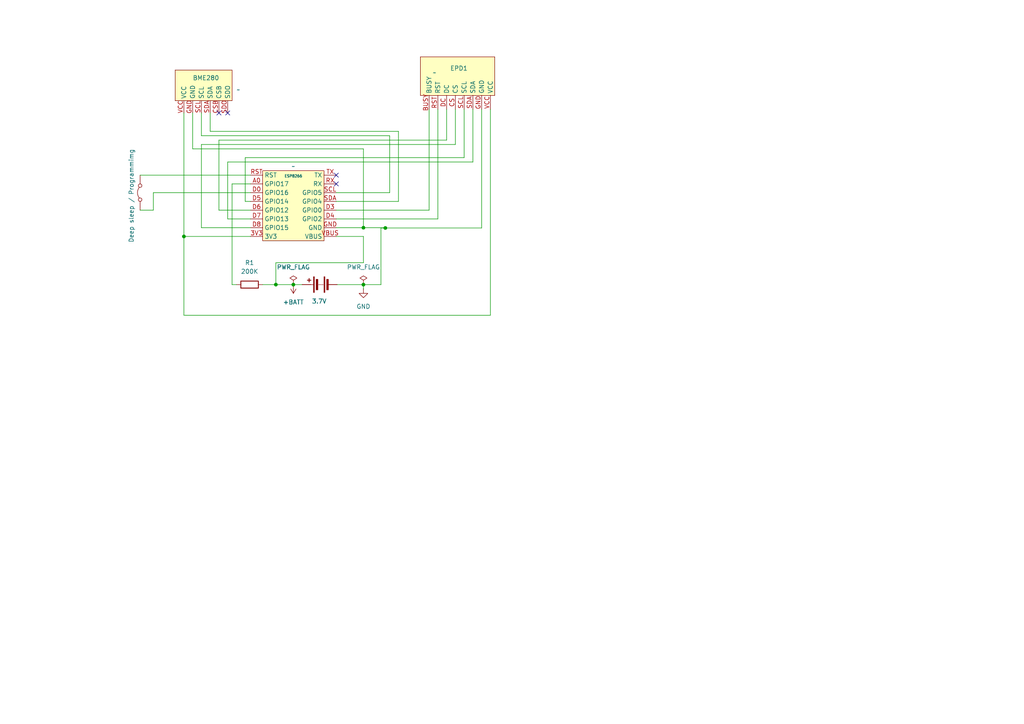
<source format=kicad_sch>
(kicad_sch (version 20231120) (generator "eeschema") (generator_version "8.0")
  (paper "A4")
  (title_block (title "ESP8266 Weather Sensor") (rev "1.0") (company "Mirko Sertic"))
  (lib_symbols
    (symbol "Device:Battery" (pin_numbers hide) (pin_names (offset 0) hide)
      (property "Reference" "BT" (at 2.54 2.54 0))
      (property "Value" "Battery" (at 2.54 0 0))
      (symbol "Battery_0_1"
        (rectangle (start -2.286 -1.27) (end 2.286 -1.524) (fill (type outline)))
        (rectangle (start -2.286 1.778) (end 2.286 1.524) (fill (type outline)))
        (rectangle (start -1.524 -2.032) (end 1.524 -2.54) (fill (type outline)))
        (rectangle (start -1.524 1.016) (end 1.524 0.508) (fill (type outline)))
        (polyline (pts (xy 0 -1.016) (xy 0 -0.762)))
        (polyline (pts (xy 0 -0.508) (xy 0 -0.254)))
        (polyline (pts (xy 0 0) (xy 0 0.254)))
        (polyline (pts (xy 0 1.778) (xy 0 2.54)))
        (polyline (pts (xy 0.762 3.048) (xy 1.778 3.048)) (stroke (width 0.254)))
        (polyline (pts (xy 1.27 3.556) (xy 1.27 2.54)) (stroke (width 0.254)))
      )
      (symbol "Battery_1_1"
        (pin passive line (at 0 5.08 270) (length 2.54) (name "+") (number "1"))
        (pin passive line (at 0 -5.08 90) (length 2.54) (name "-") (number "2"))
      )
    )
    (symbol "Device:R" (pin_numbers hide) (pin_names (offset 0))
      (property "Reference" "R" (at 2.032 0 90))
      (property "Value" "R" (at 0 0 90))
      (symbol "R_0_1"
        (rectangle (start -1.016 -2.54) (end 1.016 2.54) (stroke (width 0.254)))
      )
      (symbol "R_1_1"
        (pin passive line (at 0 3.81 270) (length 1.27) (name "~") (number "1"))
        (pin passive line (at 0 -3.81 90) (length 1.27) (name "~") (number "2"))
      )
    )
    (symbol "Jumper:Jumper_2_Bridged" (pin_numbers hide) (pin_names (offset 0) hide) (exclude_from_sim yes)
      (property "Reference" "JP" (at 0 1.905 0))
      (property "Value" "Jumper_2_Bridged" (at 0 -2.54 0))
      (symbol "Jumper_2_Bridged_0_0"
        (circle (center -2.032 0) (radius 0.508))
        (circle (center 2.032 0) (radius 0.508))
      )
      (symbol "Jumper_2_Bridged_0_1"
        (arc (start 1.524 0.254) (mid 0 0.762) (end -1.524 0.254))
      )
      (symbol "Jumper_2_Bridged_1_1"
        (pin passive line (at -5.08 0 0) (length 2.54) (name "A") (number "1"))
        (pin passive line (at 5.08 0 180) (length 2.54) (name "B") (number "2"))
      )
    )
    (symbol "custom_parts:BME280"
      (property "Reference" "BME280" (at 0 4.318 0))
      (symbol "BME280_1_1"
        (rectangle (start -8.89 6.35) (end 7.62 -2.54) (fill (type background)))
        (pin free line (at 3.81 -6.096 90) (length 3.556) (name "CSB") (number "CSB"))
        (pin free line (at -3.81 -6.096 90) (length 3.556) (name "GND") (number "GND"))
        (pin free line (at -1.27 -6.096 90) (length 3.556) (name "SCL") (number "SCL"))
        (pin free line (at 1.27 -6.096 90) (length 3.556) (name "SDA") (number "SDA"))
        (pin free line (at 6.35 -6.096 90) (length 3.556) (name "SDO") (number "SDO"))
        (pin power_in line (at -6.35 -6.096 90) (length 3.556) (name "VCC") (number "VCC"))
      )
    )
    (symbol "custom_parts:ESP8266_MINI"
      (property "Reference" "ESP8266" (at -0.508 8.382 0))
      (symbol "ESP8266_MINI_1_1"
        (rectangle (start -8.89 10.16) (end 8.89 -10.16) (fill (type background)))
        (pin power_out line (at -12.446 -8.89 0) (length 3.556) (name "3V3") (number "3V3"))
        (pin input line (at -12.446 6.35 0) (length 3.556) (name "GPIO17") (number "A0"))
        (pin bidirectional line (at -12.446 3.81 0) (length 3.556) (name "GPIO16") (number "D0"))
        (pin free line (at 12.446 -1.27 180) (length 3.556) (name "GPIO0") (number "D3"))
        (pin free line (at 12.446 -3.81 180) (length 3.556) (name "GPIO2") (number "D4"))
        (pin bidirectional line (at -12.446 1.27 0) (length 3.556) (name "GPIO14") (number "D5"))
        (pin bidirectional line (at -12.446 -1.27 0) (length 3.556) (name "GPIO12") (number "D6"))
        (pin bidirectional line (at -12.446 -3.81 0) (length 3.556) (name "GPIO13") (number "D7"))
        (pin bidirectional line (at -12.446 -6.35 0) (length 3.556) (name "GPIO15") (number "D8"))
        (pin free line (at 12.446 -6.35 180) (length 3.556) (name "GND") (number "GND"))
        (pin input line (at -12.446 8.89 0) (length 3.556) (name "RST") (number "RST"))
        (pin input line (at 12.446 6.35 180) (length 3.556) (name "RX") (number "RX"))
        (pin free line (at 12.446 3.81 180) (length 3.556) (name "GPIO5") (number "SCL"))
        (pin free line (at 12.446 1.27 180) (length 3.556) (name "GPIO4") (number "SDA"))
        (pin output line (at 12.446 8.89 180) (length 3.556) (name "TX") (number "TX"))
        (pin power_in line (at 12.446 -8.89 180) (length 3.556) (name "VBUS") (number "VBUS"))
      )
    )
    (symbol "custom_parts:SPI_EPD"
      (property "Reference" "EPD" (at 0 3.556 0))
      (symbol "SPI_EPD_1_1"
        (rectangle (start -11.43 6.35) (end 10.16 -4.826) (fill (type background)))
        (pin free line (at -8.89 -8.89 90) (length 4.064) (name "BUSY") (number "BUSY"))
        (pin free line (at -1.27 -8.89 90) (length 4.064) (name "CS") (number "CS"))
        (pin free line (at -3.81 -8.89 90) (length 4.064) (name "DC") (number "DC"))
        (pin free line (at 6.35 -8.89 90) (length 4.064) (name "GND") (number "GND"))
        (pin free line (at -6.35 -8.89 90) (length 4.064) (name "RST") (number "RST"))
        (pin free line (at 1.27 -8.89 90) (length 4.064) (name "SCL") (number "SCL"))
        (pin free line (at 3.81 -8.89 90) (length 4.064) (name "SDA") (number "SDA"))
        (pin power_in line (at 8.89 -8.89 90) (length 4.064) (name "VCC") (number "VCC"))
      )
    )
    (symbol "power:+BATT" (power) (pin_numbers hide) (pin_names (offset 0) hide)
      (property "Value" "+BATT" (at 0 3.556 0))
      (symbol "+BATT_0_1"
        (polyline (pts (xy -0.762 1.27) (xy 0 2.54)))
        (polyline (pts (xy 0 0) (xy 0 2.54)))
        (polyline (pts (xy 0 2.54) (xy 0.762 1.27)))
      )
      (symbol "+BATT_1_1"
        (pin power_in line (at 0 0 90) (length 0) (name "~") (number "1"))
      )
    )
    (symbol "power:GND" (power) (pin_numbers hide) (pin_names (offset 0) hide)
      (property "Value" "GND" (at 0 -3.81 0))
      (symbol "GND_0_1"
        (polyline (pts (xy 0 0) (xy 0 -1.27) (xy 1.27 -1.27) (xy 0 -2.54) (xy -1.27 -1.27) (xy 0 -1.27)))
      )
      (symbol "GND_1_1"
        (pin power_in line (at 0 0 270) (length 0) (name "~") (number "1"))
      )
    )
    (symbol "power:PWR_FLAG" (power) (pin_numbers hide) (pin_names (offset 0) hide)
      (property "Value" "PWR_FLAG" (at 0 3.81 0))
      (symbol "PWR_FLAG_0_0"
        (pin power_out line (at 0 0 90) (length 0) (name "~") (number "1"))
      )
      (symbol "PWR_FLAG_0_1"
        (polyline (pts (xy 0 0) (xy 0 1.27) (xy -1.016 1.905) (xy 0 2.54) (xy 1.016 1.905) (xy 0 1.27)))
      )
    )
  )
  (junction (at 80.01 82.55))
  (junction (at 53.34 68.58))
  (junction (at 111.76 66.1251))
  (junction (at 85.09 82.55))
  (junction (at 105.41 82.55))
  (junction (at 105.41 66.04))
  (no_connect (at 66.04 32.766))
  (no_connect (at 97.536 50.8))
  (no_connect (at 63.5 32.766))
  (no_connect (at 97.536 53.34))
  (wire (pts (xy 71.12 45.72) (xy 71.12 58.42)))
  (wire (pts (xy 132.08 41.91) (xy 58.42 41.91)))
  (wire (pts (xy 53.34 68.58) (xy 72.644 68.58)))
  (wire (pts (xy 115.57 38.1) (xy 115.57 58.42)))
  (wire (pts (xy 67.31 82.55) (xy 68.58 82.55)))
  (wire (pts (xy 53.34 32.766) (xy 53.34 68.58)))
  (wire (pts (xy 80.01 82.55) (xy 85.09 82.55)))
  (wire (pts (xy 105.41 66.04) (xy 111.76 66.04)))
  (wire (pts (xy 40.64 60.96) (xy 44.4779 60.96)))
  (wire (pts (xy 97.536 66.04) (xy 105.41 66.04)))
  (wire (pts (xy 105.41 82.55) (xy 110.49 82.55)))
  (wire (pts (xy 55.88 43.18) (xy 55.88 32.766)))
  (wire (pts (xy 97.536 63.5) (xy 127 63.5)))
  (wire (pts (xy 53.34 68.58) (xy 53.34 91.44)))
  (wire (pts (xy 127 31.75) (xy 127 63.5)))
  (wire (pts (xy 44.4779 55.88) (xy 72.644 55.88)))
  (wire (pts (xy 137.16 46.99) (xy 66.04 46.99)))
  (wire (pts (xy 85.09 82.55) (xy 87.63 82.55)))
  (wire (pts (xy 105.41 66.04) (xy 105.41 43.18)))
  (wire (pts (xy 67.31 53.34) (xy 72.644 53.34)))
  (wire (pts (xy 44.4779 60.96) (xy 44.4779 55.88)))
  (wire (pts (xy 63.5 60.96) (xy 72.644 60.96)))
  (wire (pts (xy 110.49 82.55) (xy 110.49 66.1251)))
  (wire (pts (xy 60.96 38.1) (xy 115.57 38.1)))
  (wire (pts (xy 129.54 40.64) (xy 63.5 40.64)))
  (wire (pts (xy 66.04 46.99) (xy 66.04 63.5)))
  (wire (pts (xy 40.64 50.8) (xy 72.644 50.8)))
  (wire (pts (xy 58.42 41.91) (xy 58.42 66.04)))
  (wire (pts (xy 97.536 58.42) (xy 115.57 58.42)))
  (wire (pts (xy 105.41 76.2) (xy 105.41 68.58)))
  (wire (pts (xy 97.536 68.58) (xy 105.41 68.58)))
  (wire (pts (xy 105.41 43.18) (xy 55.88 43.18)))
  (wire (pts (xy 111.76 66.1251) (xy 111.76 66.04)))
  (wire (pts (xy 97.536 60.96) (xy 124.46 60.96)))
  (wire (pts (xy 58.42 66.04) (xy 72.644 66.04)))
  (wire (pts (xy 124.46 31.75) (xy 124.46 60.96)))
  (wire (pts (xy 134.62 31.75) (xy 134.62 45.72)))
  (wire (pts (xy 105.41 83.82) (xy 105.41 82.55)))
  (wire (pts (xy 58.42 39.37) (xy 113.03 39.37)))
  (wire (pts (xy 139.7 31.75) (xy 139.7 66.1251)))
  (wire (pts (xy 132.08 31.75) (xy 132.08 41.91)))
  (wire (pts (xy 76.2 82.55) (xy 80.01 82.55)))
  (wire (pts (xy 60.96 32.766) (xy 60.96 38.1)))
  (wire (pts (xy 139.7 66.1251) (xy 111.76 66.1251)))
  (wire (pts (xy 113.03 39.37) (xy 113.03 55.88)))
  (wire (pts (xy 129.54 31.75) (xy 129.54 40.64)))
  (wire (pts (xy 142.24 91.44) (xy 142.24 31.75)))
  (wire (pts (xy 67.31 82.55) (xy 67.31 53.34)))
  (wire (pts (xy 80.01 76.2) (xy 105.41 76.2)))
  (wire (pts (xy 80.01 82.55) (xy 80.01 76.2)))
  (wire (pts (xy 113.03 55.88) (xy 97.536 55.88)))
  (wire (pts (xy 66.04 63.5) (xy 72.644 63.5)))
  (wire (pts (xy 71.12 58.42) (xy 72.644 58.42)))
  (wire (pts (xy 137.16 31.75) (xy 137.16 46.99)))
  (wire (pts (xy 58.42 32.766) (xy 58.42 39.37)))
  (wire (pts (xy 110.49 66.1251) (xy 111.76 66.1251)))
  (wire (pts (xy 53.34 91.44) (xy 142.24 91.44)))
  (wire (pts (xy 134.62 45.72) (xy 71.12 45.72)))
  (wire (pts (xy 63.5 40.64) (xy 63.5 60.96)))
  (wire (pts (xy 97.79 82.55) (xy 105.41 82.55)))
  (symbol (lib_id "Device:Battery") (at 92.71 82.55 90) (unit 1)
    (property "Reference" "BT_18650" (effects (hide yes)))
    (property "Value" "3.7V" (at 90.424 87.376 90) (effects (justify right)))
    (property "Description" "Multiple-cell battery" (effects (hide yes)))
  )
  (symbol (lib_id "power:PWR_FLAG") (at 85.09 82.55 0) (unit 1)
    (property "Reference" "#FLG02" (effects (hide yes)))
    (property "Value" "PWR_FLAG" (at 85.09 77.47 0))
    (property "Description" "Special symbol for telling ERC where power comes from" (effects (hide yes)))
  )
  (symbol (lib_id "Device:R") (at 72.39 82.55 270) (unit 1)
    (property "Reference" "R1" (at 72.39 76.2 90))
    (property "Value" "200K" (at 72.39 78.74 90))
    (property "Description" "Resistor" (effects (hide yes)))
  )
  (symbol (lib_id "custom_parts:BME280") (at 59.69 26.67 0) (unit 1)
    (property "Reference" "BME280" (at 55.88 22.606 0) (effects (justify left)))
    (property "Value" "~" (at 68.58 26.035 0) (effects (justify left)))
  )
  (symbol (lib_id "power:GND") (at 105.41 83.82 0) (unit 1)
    (property "Reference" "#PWR01" (effects (hide yes)))
    (property "Value" "GND" (at 105.41 88.9 0))
    (property "Description" "Power symbol creates a global label with name \"GND\" , ground" (effects (hide yes)))
  )
  (symbol (lib_id "power:PWR_FLAG") (at 105.41 82.55 0) (unit 1)
    (property "Reference" "#FLG01" (effects (hide yes)))
    (property "Value" "PWR_FLAG" (at 105.41 77.47 0))
    (property "Description" "Special symbol for telling ERC where power comes from" (effects (hide yes)))
  )
  (symbol (lib_id "Jumper:Jumper_2_Bridged") (at 40.64 55.88 90) (unit 1) (exclude_from_sim yes)
    (property "Reference" "JP1" (effects (hide yes)))
    (property "Value" "Deep sleep / Programmimg" (at 38.1 43.18 0) (effects (justify right)))
    (property "Description" "Jumper, 2-pole, closed/bridged" (effects (hide yes)))
  )
  (symbol (lib_id "custom_parts:ESP8266_MINI") (at 85.09 59.69 0) (unit 1)
    (property "Reference" "ESP8266" (at 85.09 51.054 0) (effects (font (size 0.762 0.762))))
    (property "Value" "~" (at 85.09 48.26 0))
  )
  (symbol (lib_id "custom_parts:SPI_EPD") (at 133.35 22.86 0) (unit 1)
    (property "Reference" "EPD1" (at 130.556 19.812 0) (effects (justify left)))
    (property "Value" "~" (at 125.476 21.082 0) (effects (justify left)))
  )
  (symbol (lib_id "power:+BATT") (at 85.09 82.55 0) (mirror x) (unit 1)
    (property "Reference" "#PWR03" (effects (hide yes)))
    (property "Value" "+BATT" (at 85.09 87.63 0))
    (property "Description" "Power symbol creates a global label with name \"+BATT\"" (effects (hide yes)))
  )
)
</source>
